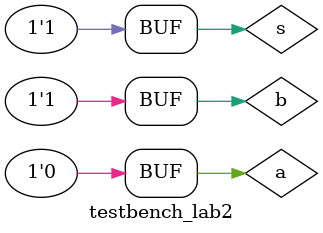
<source format=v>

module mux2_struct (output Y, 
                     input S, 
                     input A, 
                     input B);
  // output is only "wire" type
  wire Sbar, w1, w2; 
  
  // output first, then inputs
  not d1(Sbar, S);
  and d2(w1, Sbar, A);
  and d3(w2, S, B);
  or d4(Y, w1, w2);
endmodule

// Data Flow
// ======================================
module mux2_dataflow (output Y,
                       input S,
                       input A,
                       input B);
  // "assign" always generate some digital circuit                    
  assign Y = ((!S) * A) || (S * B);
endmodule

// Functional
// ======================================
module mux2_funct(output reg Y,
                       input S,
                       input A,
                       input B);
                  
  // "always" is procedural operator
  // statements inside an "always" block are executed sequentially, not once!
  // "@" is an operator "wait event"
  
  // inside "always" block can only assign to reg or variables not wire
  always @(S or A or B)
    if(S)
      Y = B;
    else
      Y = A;
endmodule

// Testbench
// =======================================

// "initial" - not synthesizable, is started at the beginning of a simulation at time 0 unit. 
// this block will be executed only once during the entire simulation.

module testbench_lab2;
  reg a;
  reg b;
  reg s; // select
  wire y1, y2, y3;
  
  mux2_struct uut1(.Y(y1), .A(a), .B(b), .S(s));
  mux2_dataflow uut2(.Y(y2), .A(a), .B(b), .S(s));
  mux2_funct uut3(.Y(y3), .A(a), .B(b), .S(s));
  
  integer i, j;
  initial begin
    $display("Testbench is running");
    #10;
    
    a = 1; b = 0; s = 0; // expected Y = A
    //if(y1 == a)
      //$display("Test Y = A is OK");
    #10;
    
    a = 0; b = 1; s = 1; // expected Y = B
    //if(y1 == b)
      //$display("Test Y = B is OK");
    #10;

    //for(i = 0; i <= 1; i = i + 1) begin
      // code
      //for (;;) begin
        // code
      //end
    //end
  end
endmodule

</source>
